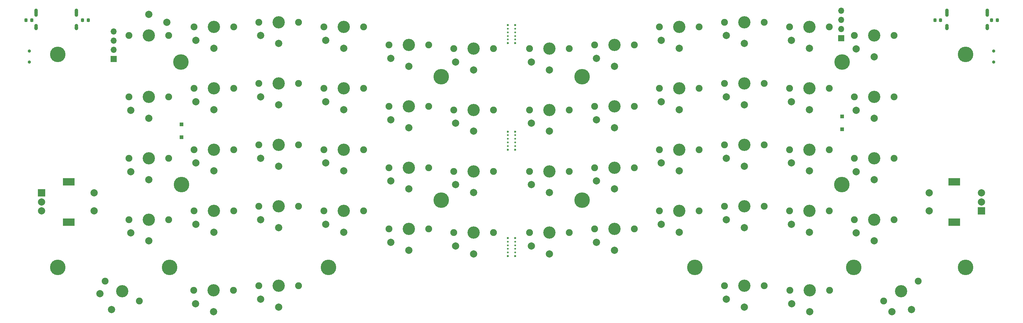
<source format=gbr>
%TF.GenerationSoftware,KiCad,Pcbnew,(5.99.0-8557-g8988e46ab1)*%
%TF.CreationDate,2021-02-24T09:02:56-07:00*%
%TF.ProjectId,SP56,53503536-2e6b-4696-9361-645f70636258,rev?*%
%TF.SameCoordinates,Original*%
%TF.FileFunction,Soldermask,Top*%
%TF.FilePolarity,Negative*%
%FSLAX46Y46*%
G04 Gerber Fmt 4.6, Leading zero omitted, Abs format (unit mm)*
G04 Created by KiCad (PCBNEW (5.99.0-8557-g8988e46ab1)) date 2021-02-24 09:02:56*
%MOMM*%
%LPD*%
G01*
G04 APERTURE LIST*
G04 Aperture macros list*
%AMRoundRect*
0 Rectangle with rounded corners*
0 $1 Rounding radius*
0 $2 $3 $4 $5 $6 $7 $8 $9 X,Y pos of 4 corners*
0 Add a 4 corners polygon primitive as box body*
4,1,4,$2,$3,$4,$5,$6,$7,$8,$9,$2,$3,0*
0 Add four circle primitives for the rounded corners*
1,1,$1+$1,$2,$3*
1,1,$1+$1,$4,$5*
1,1,$1+$1,$6,$7*
1,1,$1+$1,$8,$9*
0 Add four rect primitives between the rounded corners*
20,1,$1+$1,$2,$3,$4,$5,0*
20,1,$1+$1,$4,$5,$6,$7,0*
20,1,$1+$1,$6,$7,$8,$9,0*
20,1,$1+$1,$8,$9,$2,$3,0*%
G04 Aperture macros list end*
%ADD10C,0.500000*%
%ADD11C,0.600000*%
%ADD12C,4.300000*%
%ADD13C,1.900000*%
%ADD14C,3.400000*%
%ADD15C,2.000000*%
%ADD16R,1.700000X1.700000*%
%ADD17O,1.700000X1.700000*%
%ADD18R,1.000000X1.000000*%
%ADD19RoundRect,0.218750X0.218750X0.256250X-0.218750X0.256250X-0.218750X-0.256250X0.218750X-0.256250X0*%
%ADD20RoundRect,0.218750X-0.218750X-0.256250X0.218750X-0.256250X0.218750X0.256250X-0.218750X0.256250X0*%
%ADD21R,2.000000X2.000000*%
%ADD22R,3.200000X2.000000*%
%ADD23C,0.900000*%
%ADD24C,1.000000*%
G04 APERTURE END LIST*
D10*
%TO.C,REF\u002A\u002A*%
X223175000Y-11500000D03*
X225175000Y-11500000D03*
D11*
X223175000Y-15500000D03*
D10*
X223175000Y-12500000D03*
X225175000Y-14500000D03*
D11*
X223175000Y-10500000D03*
D10*
X223175000Y-14500000D03*
D11*
X225175000Y-15500000D03*
D10*
X225175000Y-13500000D03*
X223175000Y-13500000D03*
X225175000Y-12500000D03*
D11*
X225175000Y-10500000D03*
%TD*%
D10*
%TO.C,REF\u002A\u002A*%
X223175000Y-41000000D03*
X225175000Y-41000000D03*
D11*
X223175000Y-45000000D03*
D10*
X223175000Y-42000000D03*
X225175000Y-44000000D03*
D11*
X223175000Y-40000000D03*
D10*
X223175000Y-44000000D03*
D11*
X225175000Y-45000000D03*
D10*
X225175000Y-43000000D03*
X223175000Y-43000000D03*
X225175000Y-42000000D03*
D11*
X225175000Y-40000000D03*
%TD*%
D10*
%TO.C,REF\u002A\u002A*%
X223175000Y-70500000D03*
X225175000Y-70500000D03*
D11*
X223175000Y-74500000D03*
D10*
X223175000Y-71500000D03*
X225175000Y-73500000D03*
D11*
X223175000Y-69500000D03*
D10*
X223175000Y-73500000D03*
D11*
X225175000Y-74500000D03*
D10*
X225175000Y-72500000D03*
X223175000Y-72500000D03*
X225175000Y-71500000D03*
D11*
X225175000Y-69500000D03*
%TD*%
D12*
%TO.C,H14*%
X98400000Y-77600000D03*
%TD*%
D13*
%TO.C,SW126*%
X121038140Y-86950000D03*
X111511860Y-81450000D03*
D14*
X116275000Y-84200000D03*
D15*
X110094873Y-84904294D03*
X113325000Y-89309550D03*
%TD*%
D16*
%TO.C,SWD/C1*%
X315475000Y-14100000D03*
D17*
X315475000Y-11560000D03*
X315475000Y-9020000D03*
X315475000Y-6480000D03*
%TD*%
D13*
%TO.C,SW113*%
X129175000Y-47400000D03*
D14*
X123675000Y-47400000D03*
D13*
X118175000Y-47400000D03*
D15*
X118675000Y-51100000D03*
X123675000Y-53300000D03*
%TD*%
D14*
%TO.C,SW2*%
X306675000Y-11000000D03*
D13*
X312175000Y-11000000D03*
X301175000Y-11000000D03*
D15*
X301675000Y-14700000D03*
X306675000Y-16900000D03*
%TD*%
D13*
%TO.C,SW21*%
X283175000Y-60700000D03*
X294175000Y-60700000D03*
D14*
X288675000Y-60700000D03*
D15*
X283675000Y-64400000D03*
X288675000Y-66600000D03*
%TD*%
D13*
%TO.C,SW9*%
X283175000Y-26700000D03*
D14*
X288675000Y-26700000D03*
D13*
X294175000Y-26700000D03*
D15*
X283675000Y-30400000D03*
X288675000Y-32600000D03*
%TD*%
D13*
%TO.C,SW1*%
X319175000Y-13400000D03*
D14*
X324675000Y-13400000D03*
D13*
X330175000Y-13400000D03*
D15*
X319675000Y-17100000D03*
X324675000Y-19300000D03*
%TD*%
D18*
%TO.C,J3*%
X315750000Y-35800000D03*
%TD*%
D14*
%TO.C,SW11*%
X252675000Y-33000000D03*
D13*
X258175000Y-33000000D03*
X247175000Y-33000000D03*
D15*
X247675000Y-36700000D03*
X252675000Y-38900000D03*
%TD*%
D14*
%TO.C,SW119*%
X123675000Y-64400000D03*
D13*
X129175000Y-64400000D03*
X118175000Y-64400000D03*
D15*
X118675000Y-68100000D03*
X123675000Y-70300000D03*
%TD*%
D18*
%TO.C,J2*%
X315750000Y-39400000D03*
%TD*%
D13*
%TO.C,SW106*%
X219175000Y-17000000D03*
D14*
X213675000Y-17000000D03*
D13*
X208175000Y-17000000D03*
D15*
X208675000Y-20700000D03*
X213675000Y-22900000D03*
%TD*%
D13*
%TO.C,SW28*%
X294175000Y-82700000D03*
X283175000Y-82700000D03*
D14*
X288675000Y-82700000D03*
D15*
X283675000Y-86400000D03*
X288675000Y-88600000D03*
%TD*%
D14*
%TO.C,SW127*%
X141575000Y-84000000D03*
D13*
X136075000Y-84000000D03*
X147075000Y-84000000D03*
D15*
X136575000Y-87700000D03*
X141575000Y-89900000D03*
%TD*%
D13*
%TO.C,SW26*%
X336838140Y-81450000D03*
X327311860Y-86950000D03*
D14*
X332075000Y-84200000D03*
D15*
X329594873Y-89904294D03*
X335025000Y-89309550D03*
%TD*%
D14*
%TO.C,SW123*%
X195675000Y-67000000D03*
D13*
X201175000Y-67000000D03*
X190175000Y-67000000D03*
D15*
X190675000Y-70700000D03*
X195675000Y-72900000D03*
%TD*%
D14*
%TO.C,SW115*%
X159675000Y-43700000D03*
D13*
X165175000Y-43700000D03*
X154175000Y-43700000D03*
D15*
X154675000Y-47400000D03*
X159675000Y-49600000D03*
%TD*%
D13*
%TO.C,SW18*%
X229175000Y-51000000D03*
X240175000Y-51000000D03*
D14*
X234675000Y-51000000D03*
D15*
X229675000Y-54700000D03*
X234675000Y-56900000D03*
%TD*%
D13*
%TO.C,SW27*%
X301275000Y-84000000D03*
D14*
X306775000Y-84000000D03*
D13*
X312275000Y-84000000D03*
D15*
X301775000Y-87700000D03*
X306775000Y-89900000D03*
%TD*%
D13*
%TO.C,SW19*%
X330175000Y-64400000D03*
X319175000Y-64400000D03*
D14*
X324675000Y-64400000D03*
D15*
X319675000Y-68100000D03*
X324675000Y-70300000D03*
%TD*%
D13*
%TO.C,SW17*%
X258175000Y-50000000D03*
D14*
X252675000Y-50000000D03*
D13*
X247175000Y-50000000D03*
D15*
X247675000Y-53700000D03*
X252675000Y-55900000D03*
%TD*%
D12*
%TO.C,H10*%
X132575000Y-20725000D03*
%TD*%
D13*
%TO.C,SW7*%
X330175000Y-30400000D03*
X319175000Y-30400000D03*
D14*
X324675000Y-30400000D03*
D15*
X319675000Y-34100000D03*
X324675000Y-36300000D03*
%TD*%
D13*
%TO.C,SW103*%
X165175000Y-9700000D03*
D14*
X159675000Y-9700000D03*
D13*
X154175000Y-9700000D03*
D15*
X154675000Y-13400000D03*
X159675000Y-15600000D03*
%TD*%
D12*
%TO.C,H8*%
X274950000Y-77600000D03*
%TD*%
%TO.C,H13*%
X132675000Y-54725000D03*
%TD*%
D13*
%TO.C,SW15*%
X283175000Y-43700000D03*
D14*
X288675000Y-43700000D03*
D13*
X294175000Y-43700000D03*
D15*
X283675000Y-47400000D03*
X288675000Y-49600000D03*
%TD*%
D12*
%TO.C,H11*%
X204675000Y-24825000D03*
%TD*%
D14*
%TO.C,SW104*%
X177675000Y-11000000D03*
D13*
X183175000Y-11000000D03*
X172175000Y-11000000D03*
D15*
X172675000Y-14700000D03*
X177675000Y-16900000D03*
%TD*%
D18*
%TO.C,J104*%
X132700000Y-41600000D03*
%TD*%
D13*
%TO.C,SW20*%
X312175000Y-62000000D03*
X301175000Y-62000000D03*
D14*
X306675000Y-62000000D03*
D15*
X301675000Y-65700000D03*
X306675000Y-67900000D03*
%TD*%
D13*
%TO.C,SW22*%
X265175000Y-62000000D03*
D14*
X270675000Y-62000000D03*
D13*
X276175000Y-62000000D03*
D15*
X265675000Y-65700000D03*
X270675000Y-67900000D03*
%TD*%
D13*
%TO.C,SW16*%
X276175000Y-45000000D03*
D14*
X270675000Y-45000000D03*
D13*
X265175000Y-45000000D03*
D15*
X265675000Y-48700000D03*
X270675000Y-50900000D03*
%TD*%
D13*
%TO.C,SW118*%
X219175000Y-51000000D03*
X208175000Y-51000000D03*
D14*
X213675000Y-51000000D03*
D15*
X208675000Y-54700000D03*
X213675000Y-56900000D03*
%TD*%
D13*
%TO.C,SW10*%
X276175000Y-28000000D03*
D14*
X270675000Y-28000000D03*
D13*
X265175000Y-28000000D03*
D15*
X265675000Y-31700000D03*
X270675000Y-33900000D03*
%TD*%
D14*
%TO.C,SW101*%
X123675000Y-13400000D03*
D13*
X118175000Y-13400000D03*
X129175000Y-13400000D03*
D15*
X128675000Y-9700000D03*
X123675000Y-7500000D03*
%TD*%
D13*
%TO.C,SW23*%
X247175000Y-67000000D03*
X258175000Y-67000000D03*
D14*
X252675000Y-67000000D03*
D15*
X247675000Y-70700000D03*
X252675000Y-72900000D03*
%TD*%
D13*
%TO.C,SW5*%
X258175000Y-16000000D03*
X247175000Y-16000000D03*
D14*
X252675000Y-16000000D03*
D15*
X247675000Y-19700000D03*
X252675000Y-21900000D03*
%TD*%
D13*
%TO.C,SW110*%
X183175000Y-28000000D03*
X172175000Y-28000000D03*
D14*
X177675000Y-28000000D03*
D15*
X172675000Y-31700000D03*
X177675000Y-33900000D03*
%TD*%
D14*
%TO.C,SW8*%
X306675000Y-28000000D03*
D13*
X312175000Y-28000000D03*
X301175000Y-28000000D03*
D15*
X301675000Y-31700000D03*
X306675000Y-33900000D03*
%TD*%
D13*
%TO.C,SW114*%
X147175000Y-45000000D03*
D14*
X141675000Y-45000000D03*
D13*
X136175000Y-45000000D03*
D15*
X136675000Y-48700000D03*
X141675000Y-50900000D03*
%TD*%
D14*
%TO.C,SW4*%
X270675000Y-11000000D03*
D13*
X276175000Y-11000000D03*
X265175000Y-11000000D03*
D15*
X265675000Y-14700000D03*
X270675000Y-16900000D03*
%TD*%
D12*
%TO.C,H12*%
X204675000Y-59025000D03*
%TD*%
D19*
%TO.C,D132*%
X106887500Y-9100000D03*
X105312500Y-9100000D03*
%TD*%
D14*
%TO.C,SW13*%
X324675000Y-47400000D03*
D13*
X319175000Y-47400000D03*
X330175000Y-47400000D03*
D15*
X319675000Y-51100000D03*
X324675000Y-53300000D03*
%TD*%
D20*
%TO.C,D31*%
X341462500Y-9100000D03*
X343037500Y-9100000D03*
%TD*%
D12*
%TO.C,H15*%
X129400000Y-77600000D03*
%TD*%
D13*
%TO.C,SW124*%
X219175000Y-68000000D03*
D14*
X213675000Y-68000000D03*
D13*
X208175000Y-68000000D03*
D15*
X208675000Y-71700000D03*
X213675000Y-73900000D03*
%TD*%
D21*
%TO.C,SW125*%
X93975000Y-57000000D03*
D15*
X93975000Y-62000000D03*
X93975000Y-59500000D03*
D22*
X101475000Y-53900000D03*
X101475000Y-65100000D03*
D15*
X108475000Y-62000000D03*
X108475000Y-57000000D03*
%TD*%
D13*
%TO.C,SW108*%
X147175000Y-28000000D03*
X136175000Y-28000000D03*
D14*
X141675000Y-28000000D03*
D15*
X136675000Y-31700000D03*
X141675000Y-33900000D03*
%TD*%
D12*
%TO.C,H7*%
X318950000Y-77600000D03*
%TD*%
D20*
%TO.C,D32*%
X357162500Y-9125000D03*
X358737500Y-9125000D03*
%TD*%
D13*
%TO.C,SW128*%
X165175000Y-82700000D03*
D14*
X159675000Y-82700000D03*
D13*
X154175000Y-82700000D03*
D15*
X154675000Y-86400000D03*
X159675000Y-88600000D03*
%TD*%
D13*
%TO.C,SW111*%
X190175000Y-33000000D03*
D14*
X195675000Y-33000000D03*
D13*
X201175000Y-33000000D03*
D15*
X190675000Y-36700000D03*
X195675000Y-38900000D03*
%TD*%
D14*
%TO.C,SW122*%
X177675000Y-62000000D03*
D13*
X183175000Y-62000000D03*
X172175000Y-62000000D03*
D15*
X172675000Y-65700000D03*
X177675000Y-67900000D03*
%TD*%
D14*
%TO.C,SW112*%
X213675000Y-34000000D03*
D13*
X219175000Y-34000000D03*
X208175000Y-34000000D03*
D15*
X208675000Y-37700000D03*
X213675000Y-39900000D03*
%TD*%
D12*
%TO.C,H16*%
X173400000Y-77600000D03*
%TD*%
D14*
%TO.C,SW24*%
X234675000Y-68000000D03*
D13*
X240175000Y-68000000D03*
X229175000Y-68000000D03*
D15*
X229675000Y-71700000D03*
X234675000Y-73900000D03*
%TD*%
D14*
%TO.C,SW12*%
X234675000Y-34000000D03*
D13*
X229175000Y-34000000D03*
X240175000Y-34000000D03*
D15*
X229675000Y-37700000D03*
X234675000Y-39900000D03*
%TD*%
D13*
%TO.C,SW120*%
X147175000Y-62000000D03*
D14*
X141675000Y-62000000D03*
D13*
X136175000Y-62000000D03*
D15*
X136675000Y-65700000D03*
X141675000Y-67900000D03*
%TD*%
D13*
%TO.C,SW109*%
X165175000Y-26700000D03*
X154175000Y-26700000D03*
D14*
X159675000Y-26700000D03*
D15*
X154675000Y-30400000D03*
X159675000Y-32600000D03*
%TD*%
D14*
%TO.C,SW105*%
X195675000Y-16000000D03*
D13*
X190175000Y-16000000D03*
X201175000Y-16000000D03*
D15*
X190675000Y-19700000D03*
X195675000Y-21900000D03*
%TD*%
D13*
%TO.C,SW107*%
X129175000Y-30400000D03*
X118175000Y-30400000D03*
D14*
X123675000Y-30400000D03*
D15*
X118675000Y-34100000D03*
X123675000Y-36300000D03*
%TD*%
D13*
%TO.C,SW3*%
X283175000Y-9700000D03*
D14*
X288675000Y-9700000D03*
D13*
X294175000Y-9700000D03*
D15*
X283675000Y-13400000D03*
X288675000Y-15600000D03*
%TD*%
D13*
%TO.C,SW6*%
X229175000Y-17000000D03*
D14*
X234675000Y-17000000D03*
D13*
X240175000Y-17000000D03*
D15*
X229675000Y-20700000D03*
X234675000Y-22900000D03*
%TD*%
D13*
%TO.C,SW14*%
X301175000Y-45000000D03*
D14*
X306675000Y-45000000D03*
D13*
X312175000Y-45000000D03*
D15*
X301675000Y-48700000D03*
X306675000Y-50900000D03*
%TD*%
D13*
%TO.C,SW117*%
X201175000Y-50000000D03*
D14*
X195675000Y-50000000D03*
D13*
X190175000Y-50000000D03*
D15*
X190675000Y-53700000D03*
X195675000Y-55900000D03*
%TD*%
D13*
%TO.C,SW102*%
X136175000Y-11000000D03*
D14*
X141675000Y-11000000D03*
D13*
X147175000Y-11000000D03*
D15*
X136675000Y-14700000D03*
X141675000Y-16900000D03*
%TD*%
D12*
%TO.C,H9*%
X98400000Y-18600000D03*
%TD*%
D19*
%TO.C,D131*%
X91187500Y-9125000D03*
X89612500Y-9125000D03*
%TD*%
D13*
%TO.C,SW116*%
X172175000Y-45000000D03*
X183175000Y-45000000D03*
D14*
X177675000Y-45000000D03*
D15*
X172675000Y-48700000D03*
X177675000Y-50900000D03*
%TD*%
D13*
%TO.C,SW121*%
X154175000Y-60700000D03*
D14*
X159675000Y-60700000D03*
D13*
X165175000Y-60700000D03*
D15*
X154675000Y-64400000D03*
X159675000Y-66600000D03*
%TD*%
D21*
%TO.C,SW25*%
X354375000Y-62000000D03*
D15*
X354375000Y-57000000D03*
X354375000Y-59500000D03*
D22*
X346875000Y-65100000D03*
X346875000Y-53900000D03*
D15*
X339875000Y-57000000D03*
X339875000Y-62000000D03*
%TD*%
D12*
%TO.C,H1*%
X315675000Y-54725000D03*
%TD*%
%TO.C,H3*%
X243675000Y-59025000D03*
%TD*%
D23*
%TO.C,BATT101*%
X90550000Y-17700000D03*
X90550000Y-20700000D03*
%TD*%
D16*
%TO.C,SWD/C101*%
X113900000Y-19900000D03*
D17*
X113900000Y-17360000D03*
X113900000Y-14820000D03*
X113900000Y-12280000D03*
%TD*%
D12*
%TO.C,H6*%
X243675000Y-24825000D03*
%TD*%
%TO.C,H5*%
X315775000Y-20725000D03*
%TD*%
D18*
%TO.C,J103*%
X132700000Y-38000000D03*
%TD*%
D12*
%TO.C,H2*%
X349950000Y-77600000D03*
%TD*%
D24*
%TO.C,J101*%
X92399700Y-7680100D03*
X103550300Y-7667400D03*
X92399400Y-10694000D03*
X103550300Y-11210700D03*
X103550000Y-11456000D03*
X92400000Y-6460900D03*
X103550300Y-7032400D03*
X92399400Y-10956700D03*
X103550000Y-10694000D03*
X92399700Y-6740300D03*
X92399700Y-11210700D03*
X103550600Y-6448200D03*
X92399400Y-11456000D03*
X103550300Y-6727600D03*
X103550000Y-10956700D03*
X103550300Y-7375300D03*
X92399700Y-7045100D03*
X92399700Y-7388000D03*
%TD*%
D12*
%TO.C,H4*%
X349950000Y-18600000D03*
%TD*%
D23*
%TO.C,BATT1*%
X357800000Y-20700000D03*
X357800000Y-17700000D03*
%TD*%
D24*
%TO.C,J1*%
X344799700Y-7680100D03*
X355950300Y-7667400D03*
X344799400Y-10694000D03*
X355950300Y-11210700D03*
X355950000Y-11456000D03*
X344800000Y-6460900D03*
X355950300Y-7032400D03*
X344799400Y-10956700D03*
X355950000Y-10694000D03*
X344799700Y-6740300D03*
X344799700Y-11210700D03*
X355950600Y-6448200D03*
X344799400Y-11456000D03*
X355950300Y-6727600D03*
X355950000Y-10956700D03*
X355950300Y-7375300D03*
X344799700Y-7045100D03*
X344799700Y-7388000D03*
%TD*%
M02*

</source>
